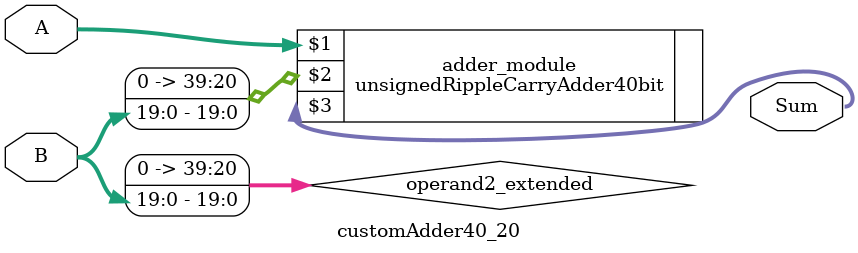
<source format=v>
module customAdder40_20(
                        input [39 : 0] A,
                        input [19 : 0] B,
                        
                        output [40 : 0] Sum
                );

        wire [39 : 0] operand2_extended;
        
        assign operand2_extended =  {20'b0, B};
        
        unsignedRippleCarryAdder40bit adder_module(
            A,
            operand2_extended,
            Sum
        );
        
        endmodule
        
</source>
